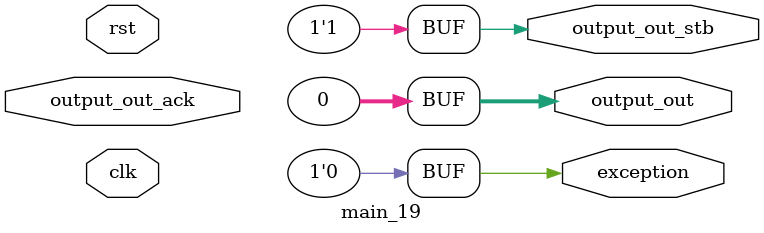
<source format=v>
module main_19 (output_out_ack,clk,rst,output_out,output_out_stb,exception);
  input output_out_ack;
  input clk;
  input rst;
  output [31:0] output_out;
  output output_out_stb;
  output exception;

  assign output_out = 0;
  assign output_out_stb = 1;
  assign exception = 0;
endmodule
</source>
